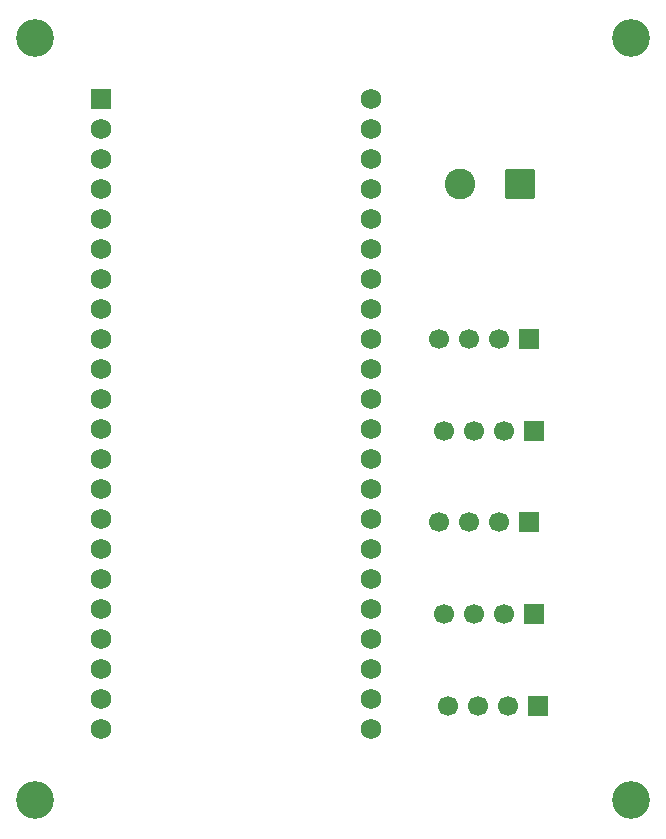
<source format=gbr>
%TF.GenerationSoftware,KiCad,Pcbnew,9.0.2*%
%TF.CreationDate,2025-07-08T22:51:12-04:00*%
%TF.ProjectId,Wireless3.0,57697265-6c65-4737-9333-2e302e6b6963,rev?*%
%TF.SameCoordinates,Original*%
%TF.FileFunction,Soldermask,Top*%
%TF.FilePolarity,Negative*%
%FSLAX46Y46*%
G04 Gerber Fmt 4.6, Leading zero omitted, Abs format (unit mm)*
G04 Created by KiCad (PCBNEW 9.0.2) date 2025-07-08 22:51:12*
%MOMM*%
%LPD*%
G01*
G04 APERTURE LIST*
G04 Aperture macros list*
%AMRoundRect*
0 Rectangle with rounded corners*
0 $1 Rounding radius*
0 $2 $3 $4 $5 $6 $7 $8 $9 X,Y pos of 4 corners*
0 Add a 4 corners polygon primitive as box body*
4,1,4,$2,$3,$4,$5,$6,$7,$8,$9,$2,$3,0*
0 Add four circle primitives for the rounded corners*
1,1,$1+$1,$2,$3*
1,1,$1+$1,$4,$5*
1,1,$1+$1,$6,$7*
1,1,$1+$1,$8,$9*
0 Add four rect primitives between the rounded corners*
20,1,$1+$1,$2,$3,$4,$5,0*
20,1,$1+$1,$4,$5,$6,$7,0*
20,1,$1+$1,$6,$7,$8,$9,0*
20,1,$1+$1,$8,$9,$2,$3,0*%
G04 Aperture macros list end*
%ADD10R,1.700000X1.700000*%
%ADD11C,1.700000*%
%ADD12RoundRect,0.250000X1.050000X1.050000X-1.050000X1.050000X-1.050000X-1.050000X1.050000X-1.050000X0*%
%ADD13C,2.600000*%
%ADD14RoundRect,0.102000X-0.765000X-0.765000X0.765000X-0.765000X0.765000X0.765000X-0.765000X0.765000X0*%
%ADD15C,1.734000*%
%ADD16C,3.200000*%
G04 APERTURE END LIST*
D10*
%TO.C,J5*%
X182580000Y-116000000D03*
D11*
X180040000Y-116000000D03*
X177500000Y-116000000D03*
X174960000Y-116000000D03*
%TD*%
D10*
%TO.C,J2*%
X182310000Y-92720000D03*
D11*
X179770000Y-92720000D03*
X177230000Y-92720000D03*
X174690000Y-92720000D03*
%TD*%
D12*
%TO.C,J6*%
X181045000Y-71827500D03*
D13*
X175965000Y-71827500D03*
%TD*%
D14*
%TO.C,U1*%
X145640000Y-64660000D03*
D15*
X145640000Y-67200000D03*
X145640000Y-69740000D03*
X145640000Y-72280000D03*
X145640000Y-74820000D03*
X145640000Y-77360000D03*
X145640000Y-79900000D03*
X145640000Y-82440000D03*
X145640000Y-84980000D03*
X145640000Y-87520000D03*
X145640000Y-90060000D03*
X145640000Y-92600000D03*
X145640000Y-95140000D03*
X145640000Y-97680000D03*
X145640000Y-100220000D03*
X145640000Y-102760000D03*
X145640000Y-105300000D03*
X145640000Y-107840000D03*
X145640000Y-110380000D03*
X145640000Y-112920000D03*
X145640000Y-115460000D03*
X145640000Y-118000000D03*
X168500000Y-64660000D03*
X168500000Y-67200000D03*
X168500000Y-69740000D03*
X168500000Y-72280000D03*
X168500000Y-74820000D03*
X168500000Y-77360000D03*
X168500000Y-79900000D03*
X168500000Y-82440000D03*
X168500000Y-84980000D03*
X168500000Y-87520000D03*
X168500000Y-90060000D03*
X168500000Y-92600000D03*
X168500000Y-95140000D03*
X168500000Y-97680000D03*
X168500000Y-100220000D03*
X168500000Y-102760000D03*
X168500000Y-105300000D03*
X168500000Y-107840000D03*
X168500000Y-110380000D03*
X168500000Y-112920000D03*
X168500000Y-115460000D03*
X168500000Y-118000000D03*
%TD*%
D10*
%TO.C,J3*%
X181810000Y-100480000D03*
D11*
X179270000Y-100480000D03*
X176730000Y-100480000D03*
X174190000Y-100480000D03*
%TD*%
D10*
%TO.C,J4*%
X182310000Y-108240000D03*
D11*
X179770000Y-108240000D03*
X177230000Y-108240000D03*
X174690000Y-108240000D03*
%TD*%
D10*
%TO.C,J1*%
X181810000Y-84960000D03*
D11*
X179270000Y-84960000D03*
X176730000Y-84960000D03*
X174190000Y-84960000D03*
%TD*%
D16*
%TO.C,REF\u002A\u002A*%
X140000000Y-59500000D03*
%TD*%
%TO.C,REF\u002A\u002A*%
X190500000Y-59500000D03*
%TD*%
%TO.C,REF\u002A\u002A*%
X140000000Y-124000000D03*
%TD*%
%TO.C,REF\u002A\u002A*%
X190500000Y-124000000D03*
%TD*%
M02*

</source>
